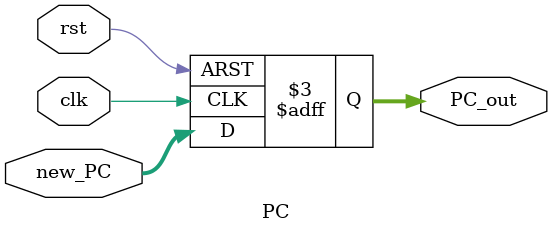
<source format=v>
/*
* 	Nathan Chinn
* 	Minion CPU - NanoQuarter
*
*	Module:  Program Counter
*	Inputs:  clock, reset, new PC
*	Outputs: Program Counter
*
*/

module PC( input 		clk, // System Clock
		 		rst, // System Reset
	   input[31:0] 		new_PC, // PC in 

	   output reg[31:0] 	PC_out //PC out
	 );

	 always @ (posedge clk or posedge rst) //needs non blocking <=
	 begin
	 	if(rst == 1'b1)
			PC_out <= 0;
		else
			PC_out <= new_PC;
	 end

endmodule

</source>
